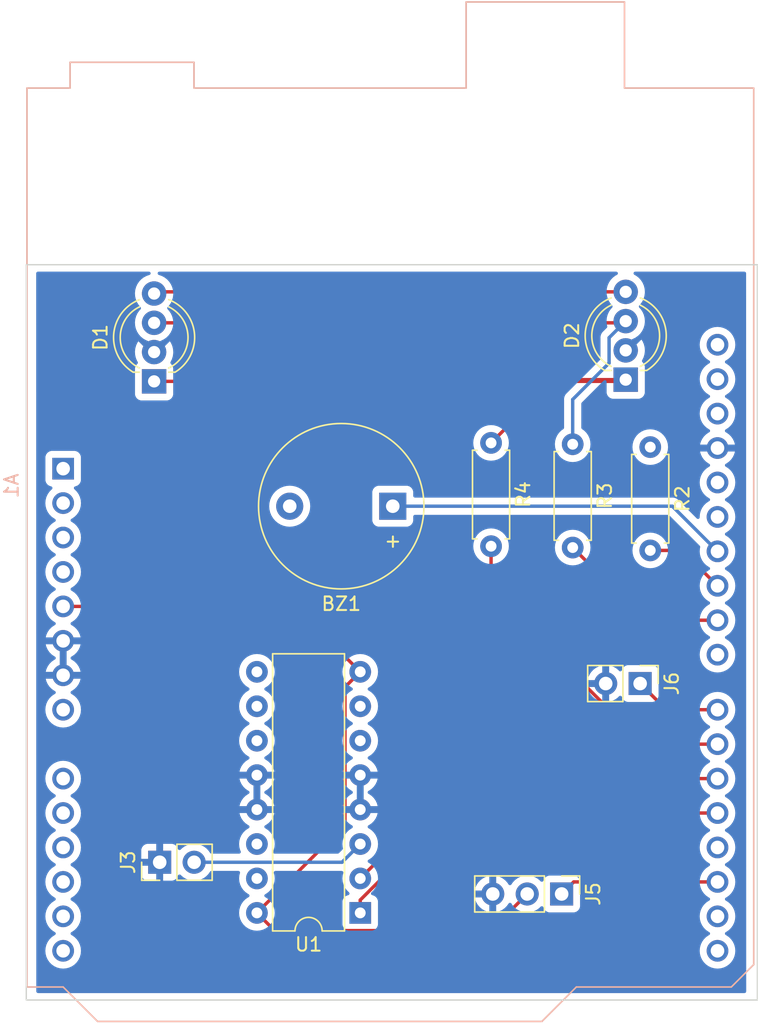
<source format=kicad_pcb>
(kicad_pcb (version 20211014) (generator pcbnew)
  (layers (0 "F.Cu" signal) (31 "B.Cu" signal) (34 "B.Paste" user) (35 "F.Paste" user) (36 "B.SilkS" user "B.Silkscreen") (37 "F.SilkS" user "F.Silkscreen") (38 "B.Mask" user) (39 "F.Mask" user) (44 "Edge.Cuts" user))
  (net 0 "")
  (net 1 "Net-(D1-Pad1)")
  (net 2 "GND")
  (net 3 "Net-(D1-Pad3)")
  (net 4 "Net-(D1-Pad4)")
  (net 5 "Net-(J3-Pad2)")
  (net 17 "/5v")
  (net 27 "/D2")
  (net 29 "/D4")
  (net 30 "/PWM5")
  (net 31 "/PWM6")
  (net 32 "/D7")
  (net 34 "/PWM9")
  (net 35 "/pwm10")
  (net 36 "/pwm11")
  (footprint "LED_THT:LED_D5.0mm-4_RGB_Wide_Pins" (layer "F.Cu") (at 116.038 70.542 90)
    (fp_text reference "D1" (at 3.2385 -3.96 90) (layer "F.SilkS"))
    (fp_text value "LED_BKGR")
    (fp_line (start 0.6785 1.08) (end 0.6785 1.545) (layer "F.SilkS") (width 0.12))
    (fp_line (start 0.6785 -1.545) (end 0.6785 -1.08) (layer "F.SilkS") (width 0.12))
    (fp_arc (start 6.026315 1.080827) (mid 3.496956 2.978808) (end 0.6785 1.54483) (layer "F.SilkS") (width 0.12))
    (fp_arc (start 5.492979 1.080429) (mid 3.238262 2.5) (end 0.983816 1.08) (layer "F.SilkS") (width 0.12))
    (fp_arc (start 0.983816 -1.08) (mid 3.238262 -2.5) (end 5.492979 -1.080429) (layer "F.SilkS") (width 0.12))
    (fp_arc (start 0.6785 -1.54483) (mid 3.496956 -2.978809) (end 6.026315 -1.080827) (layer "F.SilkS") (width 0.12))
    (pad "1" thru_hole rect (at 0 0 90) (size 1.8 1.8) (drill 0.9) (layers *.Cu *.Mask) (net 1 "Net-(D1-Pad1)"))
    (pad "2" thru_hole circle (at 2.159 0 90) (size 1.8 1.8) (drill 0.9) (layers *.Cu *.Mask) (net 2 "GND"))
    (pad "3" thru_hole circle (at 4.318 0 90) (size 1.8 1.8) (drill 0.9) (layers *.Cu *.Mask) (net 3 "Net-(D1-Pad3)"))
    (pad "4" thru_hole circle (at 6.477 0 90) (size 1.8 1.8) (drill 0.9) (layers *.Cu *.Mask) (net 4 "Net-(D1-Pad4)"))
  )
  (footprint "Resistor_THT:R_Axial_DIN0207_L6.3mm_D2.5mm_P7.62mm_Horizontal" (layer "F.Cu") (at 152.63 75.39 -90)
    (fp_text reference "R2" (at 3.81 -2.37 90) (layer "F.SilkS"))
    (fp_text value "R")
    (fp_line (start 0.54 1.37) (end 7.08 1.37) (layer "F.SilkS") (width 0.12))
    (fp_line (start 7.08 -1.37) (end 7.08 -1.04) (layer "F.SilkS") (width 0.12))
    (fp_line (start 0.54 1.04) (end 0.54 1.37) (layer "F.SilkS") (width 0.12))
    (fp_line (start 7.08 1.37) (end 7.08 1.04) (layer "F.SilkS") (width 0.12))
    (fp_line (start 0.54 -1.37) (end 7.08 -1.37) (layer "F.SilkS") (width 0.12))
    (fp_line (start 0.54 -1.04) (end 0.54 -1.37) (layer "F.SilkS") (width 0.12))
    (pad "1" thru_hole circle (at 0 0 270) (size 1.6 1.6) (drill 0.8) (layers *.Cu *.Mask) (net 4 "Net-(D1-Pad4)"))
    (pad "2" thru_hole oval (at 7.62 0 270) (size 1.6 1.6) (drill 0.8) (layers *.Cu *.Mask) (net 35 "/pwm10"))
  )
  (footprint "Connector_PinHeader_2.54mm:PinHeader_1x03_P2.54mm_Vertical" (layer "F.Cu") (at 146.095 108.35 -90)
    (fp_text reference "J5" (at 0 -2.33 90) (layer "F.SilkS"))
    (fp_text value "Conn_01x03")
    (fp_line (start 1.33 1.27) (end 1.33 6.41) (layer "F.SilkS") (width 0.12))
    (fp_line (start -1.33 6.41) (end 1.33 6.41) (layer "F.SilkS") (width 0.12))
    (fp_line (start -1.33 1.27) (end -1.33 6.41) (layer "F.SilkS") (width 0.12))
    (fp_line (start -1.33 1.27) (end 1.33 1.27) (layer "F.SilkS") (width 0.12))
    (fp_line (start -1.33 -1.33) (end 0 -1.33) (layer "F.SilkS") (width 0.12))
    (fp_line (start -1.33 0) (end -1.33 -1.33) (layer "F.SilkS") (width 0.12))
    (pad "1" thru_hole rect (at 0 0 270) (size 1.7 1.7) (drill 1) (layers *.Cu *.Mask) (net 27 "/D2"))
    (pad "2" thru_hole oval (at 0 2.54 270) (size 1.7 1.7) (drill 1) (layers *.Cu *.Mask) (net 17 "/5v"))
    (pad "3" thru_hole oval (at 0 5.08 270) (size 1.7 1.7) (drill 1) (layers *.Cu *.Mask) (net 2 "GND"))
  )
  (footprint "Resistor_THT:R_Axial_DIN0207_L6.3mm_D2.5mm_P7.62mm_Horizontal" (layer "F.Cu") (at 146.91 75.18 -90)
    (fp_text reference "R3" (at 3.81 -2.37 90) (layer "F.SilkS"))
    (fp_text value "R")
    (fp_line (start 7.08 -1.37) (end 7.08 -1.04) (layer "F.SilkS") (width 0.12))
    (fp_line (start 0.54 1.37) (end 7.08 1.37) (layer "F.SilkS") (width 0.12))
    (fp_line (start 0.54 1.04) (end 0.54 1.37) (layer "F.SilkS") (width 0.12))
    (fp_line (start 0.54 -1.04) (end 0.54 -1.37) (layer "F.SilkS") (width 0.12))
    (fp_line (start 7.08 1.37) (end 7.08 1.04) (layer "F.SilkS") (width 0.12))
    (fp_line (start 0.54 -1.37) (end 7.08 -1.37) (layer "F.SilkS") (width 0.12))
    (pad "1" thru_hole circle (at 0 0 270) (size 1.6 1.6) (drill 0.8) (layers *.Cu *.Mask) (net 3 "Net-(D1-Pad3)"))
    (pad "2" thru_hole oval (at 7.62 0 270) (size 1.6 1.6) (drill 0.8) (layers *.Cu *.Mask) (net 34 "/PWM9"))
  )
  (footprint "Buzzer_Beeper:Buzzer_12x9.5RM7.6" (layer "F.Cu") (at 133.64 79.75 180)
    (fp_text reference "BZ1" (at 3.8 -7.2) (layer "F.SilkS"))
    (fp_text value "Buzzer")
    (fp_text user "+" (at -0.01 -2.54) (layer "F.SilkS"))
    (fp_circle (center 3.8 0) (end 9.9 0) (layer "F.SilkS") (width 0.12) (fill none))
    (pad "1" thru_hole rect (at 0 0 180) (size 2 2) (drill 1) (layers *.Cu *.Mask) (net 36 "/pwm11"))
    (pad "2" thru_hole circle (at 7.6 0 180) (size 2 2) (drill 1) (layers *.Cu *.Mask))
  )
  (footprint "Package_DIP:DIP-16_W7.62mm" (layer "F.Cu") (at 131.24 109.745 180)
    (fp_text reference "U1" (at 3.81 -2.33) (layer "F.SilkS"))
    (fp_text value "L293")
    (fp_line (start 6.46 19.11) (end 6.46 -1.33) (layer "F.SilkS") (width 0.12))
    (fp_line (start 6.46 -1.33) (end 4.81 -1.33) (layer "F.SilkS") (width 0.12))
    (fp_line (start 1.16 19.11) (end 6.46 19.11) (layer "F.SilkS") (width 0.12))
    (fp_line (start 2.81 -1.33) (end 1.16 -1.33) (layer "F.SilkS") (width 0.12))
    (fp_line (start 1.16 -1.33) (end 1.16 19.11) (layer "F.SilkS") (width 0.12))
    (fp_arc (start 4.81 -1.33) (mid 3.81 -0.33) (end 2.81 -1.33) (layer "F.SilkS") (width 0.12))
    (pad "1" thru_hole rect (at 0 0 180) (size 1.6 1.6) (drill 0.8) (layers *.Cu *.Mask) (net 29 "/D4"))
    (pad "2" thru_hole oval (at 0 2.54 180) (size 1.6 1.6) (drill 0.8) (layers *.Cu *.Mask) (net 30 "/PWM5"))
    (pad "3" thru_hole oval (at 0 5.08 180) (size 1.6 1.6) (drill 0.8) (layers *.Cu *.Mask) (net 5 "Net-(J3-Pad2)"))
    (pad "4" thru_hole oval (at 0 7.62 180) (size 1.6 1.6) (drill 0.8) (layers *.Cu *.Mask) (net 2 "GND"))
    (pad "5" thru_hole oval (at 0 10.16 180) (size 1.6 1.6) (drill 0.8) (layers *.Cu *.Mask) (net 2 "GND"))
    (pad "6" thru_hole oval (at 0 12.7 180) (size 1.6 1.6) (drill 0.8) (layers *.Cu *.Mask))
    (pad "7" thru_hole oval (at 0 15.24 180) (size 1.6 1.6) (drill 0.8) (layers *.Cu *.Mask))
    (pad "8" thru_hole oval (at 0 17.78 180) (size 1.6 1.6) (drill 0.8) (layers *.Cu *.Mask) (net 17 "/5v"))
    (pad "9" thru_hole oval (at 7.62 17.78 180) (size 1.6 1.6) (drill 0.8) (layers *.Cu *.Mask))
    (pad "10" thru_hole oval (at 7.62 15.24 180) (size 1.6 1.6) (drill 0.8) (layers *.Cu *.Mask))
    (pad "11" thru_hole oval (at 7.62 12.7 180) (size 1.6 1.6) (drill 0.8) (layers *.Cu *.Mask))
    (pad "12" thru_hole oval (at 7.62 10.16 180) (size 1.6 1.6) (drill 0.8) (layers *.Cu *.Mask) (net 2 "GND"))
    (pad "13" thru_hole oval (at 7.62 7.62 180) (size 1.6 1.6) (drill 0.8) (layers *.Cu *.Mask) (net 2 "GND"))
    (pad "14" thru_hole oval (at 7.62 5.08 180) (size 1.6 1.6) (drill 0.8) (layers *.Cu *.Mask))
    (pad "15" thru_hole oval (at 7.62 2.54 180) (size 1.6 1.6) (drill 0.8) (layers *.Cu *.Mask))
    (pad "16" thru_hole oval (at 7.62 0 180) (size 1.6 1.6) (drill 0.8) (layers *.Cu *.Mask) (net 17 "/5v"))
  )
  (footprint "Connector_PinHeader_2.54mm:PinHeader_1x02_P2.54mm_Vertical" (layer "F.Cu") (at 151.885 92.83 -90)
    (fp_text reference "J6" (at 0 -2.33 90) (layer "F.SilkS"))
    (fp_text value "Conn_01x02")
    (fp_line (start 1.33 1.27) (end 1.33 3.87) (layer "F.SilkS") (width 0.12))
    (fp_line (start -1.33 1.27) (end 1.33 1.27) (layer "F.SilkS") (width 0.12))
    (fp_line (start -1.33 -1.33) (end 0 -1.33) (layer "F.SilkS") (width 0.12))
    (fp_line (start -1.33 1.27) (end -1.33 3.87) (layer "F.SilkS") (width 0.12))
    (fp_line (start -1.33 0) (end -1.33 -1.33) (layer "F.SilkS") (width 0.12))
    (fp_line (start -1.33 3.87) (end 1.33 3.87) (layer "F.SilkS") (width 0.12))
    (pad "1" thru_hole rect (at 0 0 270) (size 1.7 1.7) (drill 1) (layers *.Cu *.Mask) (net 32 "/D7"))
    (pad "2" thru_hole oval (at 0 2.54 270) (size 1.7 1.7) (drill 1) (layers *.Cu *.Mask) (net 2 "GND"))
  )
  (footprint "Connector_PinHeader_2.54mm:PinHeader_1x02_P2.54mm_Vertical" (layer "F.Cu") (at 116.45 106.01 90)
    (fp_text reference "J3" (at 0 -2.33 90) (layer "F.SilkS"))
    (fp_text value "Conn_01x02")
    (fp_line (start -1.33 -1.33) (end 0 -1.33) (layer "F.SilkS") (width 0.12))
    (fp_line (start -1.33 1.27) (end 1.33 1.27) (layer "F.SilkS") (width 0.12))
    (fp_line (start -1.33 3.87) (end 1.33 3.87) (layer "F.SilkS") (width 0.12))
    (fp_line (start -1.33 0) (end -1.33 -1.33) (layer "F.SilkS") (width 0.12))
    (fp_line (start 1.33 1.27) (end 1.33 3.87) (layer "F.SilkS") (width 0.12))
    (fp_line (start -1.33 1.27) (end -1.33 3.87) (layer "F.SilkS") (width 0.12))
    (pad "1" thru_hole rect (at 0 0 90) (size 1.7 1.7) (drill 1) (layers *.Cu *.Mask) (net 2 "GND"))
    (pad "2" thru_hole oval (at 0 2.54 90) (size 1.7 1.7) (drill 1) (layers *.Cu *.Mask) (net 5 "Net-(J3-Pad2)"))
  )
  (footprint "Resistor_THT:R_Axial_DIN0207_L6.3mm_D2.5mm_P7.62mm_Horizontal" (layer "F.Cu") (at 140.89 75.08 -90)
    (fp_text reference "R4" (at 3.81 -2.37 90) (layer "F.SilkS"))
    (fp_text value "R")
    (fp_line (start 0.54 1.04) (end 0.54 1.37) (layer "F.SilkS") (width 0.12))
    (fp_line (start 0.54 -1.37) (end 7.08 -1.37) (layer "F.SilkS") (width 0.12))
    (fp_line (start 0.54 -1.04) (end 0.54 -1.37) (layer "F.SilkS") (width 0.12))
    (fp_line (start 0.54 1.37) (end 7.08 1.37) (layer "F.SilkS") (width 0.12))
    (fp_line (start 7.08 1.37) (end 7.08 1.04) (layer "F.SilkS") (width 0.12))
    (fp_line (start 7.08 -1.37) (end 7.08 -1.04) (layer "F.SilkS") (width 0.12))
    (pad "1" thru_hole circle (at 0 0 270) (size 1.6 1.6) (drill 0.8) (layers *.Cu *.Mask) (net 1 "Net-(D1-Pad1)"))
    (pad "2" thru_hole oval (at 7.62 0 270) (size 1.6 1.6) (drill 0.8) (layers *.Cu *.Mask) (net 31 "/PWM6"))
  )
  (footprint "LED_THT:LED_D5.0mm-4_RGB_Wide_Pins" (layer "F.Cu") (at 150.82 70.417 90)
    (fp_text reference "D2" (at 3.2385 -3.96 90) (layer "F.SilkS"))
    (fp_text value "LED_BKGR")
    (fp_line (start 0.6785 -1.545) (end 0.6785 -1.08) (layer "F.SilkS") (width 0.12))
    (fp_line (start 0.6785 1.08) (end 0.6785 1.545) (layer "F.SilkS") (width 0.12))
    (fp_arc (start 6.026315 1.080827) (mid 3.496956 2.978808) (end 0.6785 1.54483) (layer "F.SilkS") (width 0.12))
    (fp_arc (start 0.6785 -1.54483) (mid 3.496956 -2.978809) (end 6.026315 -1.080827) (layer "F.SilkS") (width 0.12))
    (fp_arc (start 5.492979 1.080429) (mid 3.238262 2.5) (end 0.983816 1.08) (layer "F.SilkS") (width 0.12))
    (fp_arc (start 0.983816 -1.08) (mid 3.238262 -2.5) (end 5.492979 -1.080429) (layer "F.SilkS") (width 0.12))
    (pad "1" thru_hole rect (at 0 0 90) (size 1.8 1.8) (drill 0.9) (layers *.Cu *.Mask) (net 1 "Net-(D1-Pad1)"))
    (pad "2" thru_hole circle (at 2.159 0 90) (size 1.8 1.8) (drill 0.9) (layers *.Cu *.Mask) (net 2 "GND"))
    (pad "3" thru_hole circle (at 4.318 0 90) (size 1.8 1.8) (drill 0.9) (layers *.Cu *.Mask) (net 3 "Net-(D1-Pad3)"))
    (pad "4" thru_hole circle (at 6.477 0 90) (size 1.8 1.8) (drill 0.9) (layers *.Cu *.Mask) (net 4 "Net-(D1-Pad4)"))
  )
  (footprint "Module:Arduino_UNO_R3" (layer "B.Cu") (at 109.33 76.98 -90)
    (fp_text reference "A1" (at 1.27 3.81 90) (layer "B.SilkS") (effects (justify mirror)))
    (fp_text value "Arduino_UNO_R3")
    (fp_line (start -28.07 -9.65) (end -28.07 -29.72) (layer "B.SilkS") (width 0.12))
    (fp_line (start -28.07 -29.72) (end -34.42 -29.72) (layer "B.SilkS") (width 0.12))
    (fp_line (start 38.23 -37.85) (end 40.77 -35.31) (layer "B.SilkS") (width 0.12))
    (fp_line (start 40.77 -35.31) (end 40.77 -2.54) (layer "B.SilkS") (width 0.12))
    (fp_line (start -34.42 -41.4) (end -28.07 -41.4) (layer "B.SilkS") (width 0.12))
    (fp_line (start -28.07 -50.93) (end 36.58 -50.93) (layer "B.SilkS") (width 0.12))
    (fp_line (start -28.07 2.67) (end -28.07 -0.51) (layer "B.SilkS") (width 0.12))
    (fp_line (start 36.58 -50.93) (end 38.23 -49.28) (layer "B.SilkS") (width 0.12))
    (fp_line (start -34.42 -29.72) (end -34.42 -41.4) (layer "B.SilkS") (width 0.12))
    (fp_line (start 38.23 2.67) (end -28.07 2.67) (layer "B.SilkS") (width 0.12))
    (fp_line (start -28.07 -0.51) (end -29.97 -0.51) (layer "B.SilkS") (width 0.12))
    (fp_line (start 38.23 0) (end 38.23 2.67) (layer "B.SilkS") (width 0.12))
    (fp_line (start 40.77 -2.54) (end 38.23 0) (layer "B.SilkS") (width 0.12))
    (fp_line (start -29.97 -9.65) (end -28.07 -9.65) (layer "B.SilkS") (width 0.12))
    (fp_line (start -28.07 -41.4) (end -28.07 -50.93) (layer "B.SilkS") (width 0.12))
    (fp_line (start 38.23 -49.28) (end 38.23 -37.85) (layer "B.SilkS") (width 0.12))
    (fp_line (start -29.97 -0.51) (end -29.97 -9.65) (layer "B.SilkS") (width 0.12))
    (pad "1" thru_hole rect (at 0 0 180) (size 1.6 1.6) (drill 1) (layers *.Cu *.Mask))
    (pad "2" thru_hole oval (at 2.54 0 180) (size 1.6 1.6) (drill 1) (layers *.Cu *.Mask))
    (pad "3" thru_hole oval (at 5.08 0 180) (size 1.6 1.6) (drill 1) (layers *.Cu *.Mask))
    (pad "4" thru_hole oval (at 7.62 0 180) (size 1.6 1.6) (drill 1) (layers *.Cu *.Mask))
    (pad "5" thru_hole oval (at 10.16 0 180) (size 1.6 1.6) (drill 1) (layers *.Cu *.Mask) (net 17 "/5v"))
    (pad "6" thru_hole oval (at 12.7 0 180) (size 1.6 1.6) (drill 1) (layers *.Cu *.Mask) (net 2 "GND"))
    (pad "7" thru_hole oval (at 15.24 0 180) (size 1.6 1.6) (drill 1) (layers *.Cu *.Mask) (net 2 "GND"))
    (pad "8" thru_hole oval (at 17.78 0 180) (size 1.6 1.6) (drill 1) (layers *.Cu *.Mask))
    (pad "9" thru_hole oval (at 22.86 0 180) (size 1.6 1.6) (drill 1) (layers *.Cu *.Mask))
    (pad "10" thru_hole oval (at 25.4 0 180) (size 1.6 1.6) (drill 1) (layers *.Cu *.Mask))
    (pad "11" thru_hole oval (at 27.94 0 180) (size 1.6 1.6) (drill 1) (layers *.Cu *.Mask))
    (pad "12" thru_hole oval (at 30.48 0 180) (size 1.6 1.6) (drill 1) (layers *.Cu *.Mask))
    (pad "13" thru_hole oval (at 33.02 0 180) (size 1.6 1.6) (drill 1) (layers *.Cu *.Mask))
    (pad "14" thru_hole oval (at 35.56 0 180) (size 1.6 1.6) (drill 1) (layers *.Cu *.Mask))
    (pad "15" thru_hole oval (at 35.56 -48.26 180) (size 1.6 1.6) (drill 1) (layers *.Cu *.Mask))
    (pad "16" thru_hole oval (at 33.02 -48.26 180) (size 1.6 1.6) (drill 1) (layers *.Cu *.Mask))
    (pad "17" thru_hole oval (at 30.48 -48.26 180) (size 1.6 1.6) (drill 1) (layers *.Cu *.Mask) (net 27 "/D2"))
    (pad "18" thru_hole oval (at 27.94 -48.26 180) (size 1.6 1.6) (drill 1) (layers *.Cu *.Mask))
    (pad "19" thru_hole oval (at 25.4 -48.26 180) (size 1.6 1.6) (drill 1) (layers *.Cu *.Mask) (net 29 "/D4"))
    (pad "20" thru_hole oval (at 22.86 -48.26 180) (size 1.6 1.6) (drill 1) (layers *.Cu *.Mask) (net 30 "/PWM5"))
    (pad "21" thru_hole oval (at 20.32 -48.26 180) (size 1.6 1.6) (drill 1) (layers *.Cu *.Mask) (net 31 "/PWM6"))
    (pad "22" thru_hole oval (at 17.78 -48.26 180) (size 1.6 1.6) (drill 1) (layers *.Cu *.Mask) (net 32 "/D7"))
    (pad "23" thru_hole oval (at 13.72 -48.26 180) (size 1.6 1.6) (drill 1) (layers *.Cu *.Mask))
    (pad "24" thru_hole oval (at 11.18 -48.26 180) (size 1.6 1.6) (drill 1) (layers *.Cu *.Mask) (net 34 "/PWM9"))
    (pad "25" thru_hole oval (at 8.64 -48.26 180) (size 1.6 1.6) (drill 1) (layers *.Cu *.Mask) (net 35 "/pwm10"))
    (pad "26" thru_hole oval (at 6.1 -48.26 180) (size 1.6 1.6) (drill 1) (layers *.Cu *.Mask) (net 36 "/pwm11"))
    (pad "27" thru_hole oval (at 3.56 -48.26 180) (size 1.6 1.6) (drill 1) (layers *.Cu *.Mask))
    (pad "28" thru_hole oval (at 1.02 -48.26 180) (size 1.6 1.6) (drill 1) (layers *.Cu *.Mask))
    (pad "29" thru_hole oval (at -1.52 -48.26 180) (size 1.6 1.6) (drill 1) (layers *.Cu *.Mask) (net 2 "GND"))
    (pad "30" thru_hole oval (at -4.06 -48.26 180) (size 1.6 1.6) (drill 1) (layers *.Cu *.Mask))
    (pad "31" thru_hole oval (at -6.6 -48.26 180) (size 1.6 1.6) (drill 1) (layers *.Cu *.Mask))
    (pad "32" thru_hole oval (at -9.14 -48.26 180) (size 1.6 1.6) (drill 1) (layers *.Cu *.Mask))
  )
  (gr_rect (start 106.61 61.94) (end 160.53 116.17) (layer "Edge.Cuts") (width 0.1) (fill none))
  (segment (start 116.038 70.542) (end 150.695 70.542) (width 0.25) (layer "F.Cu") (net 1))
  (segment (start 150.695 70.542) (end 150.82 70.417) (width 0.25) (layer "F.Cu") (net 1))
  (segment (start 145.553 70.417) (end 150.82 70.417) (width 0.25) (layer "F.Cu") (net 1))
  (segment (start 140.89 75.08) (end 145.553 70.417) (width 0.25) (layer "F.Cu") (net 1))
  (segment (start 150.695 66.224) (end 150.82 66.099) (width 0.25) (layer "F.Cu") (net 3))
  (segment (start 116.038 66.224) (end 150.695 66.224) (width 0.25) (layer "F.Cu") (net 3))
  (segment (start 146.91 75.18) (end 146.91 71.877) (width 0.25) (layer "B.Cu") (net 3))
  (segment (start 149.595 69.192) (end 149.595 67.324) (width 0.25) (layer "B.Cu") (net 3))
  (segment (start 146.91 71.877) (end 149.595 69.192) (width 0.25) (layer "B.Cu") (net 3))
  (segment (start 149.595 67.324) (end 150.82 66.099) (width 0.25) (layer "B.Cu") (net 3))
  (segment (start 150.82 63.94) (end 116.163 63.94) (width 0.25) (layer "F.Cu") (net 4))
  (segment (start 116.163 63.94) (end 116.038 64.065) (width 0.25) (layer "F.Cu") (net 4))
  (segment (start 131.24 104.665) (end 129.895 106.01) (width 0.25) (layer "B.Cu") (net 5))
  (segment (start 129.895 106.01) (end 118.99 106.01) (width 0.25) (layer "B.Cu") (net 5))
  (segment (start 143.555 108.35) (end 140.855 111.05) (width 0.25) (layer "F.Cu") (net 17))
  (segment (start 140.855 111.05) (end 124.925 111.05) (width 0.25) (layer "F.Cu") (net 17))
  (segment (start 126.415 87.14) (end 131.24 91.965) (width 0.25) (layer "F.Cu") (net 17))
  (segment (start 123.62 109.745) (end 130.115 103.25) (width 0.25) (layer "F.Cu") (net 17))
  (segment (start 124.925 111.05) (end 123.62 109.745) (width 0.25) (layer "F.Cu") (net 17))
  (segment (start 130.115 93.09) (end 131.24 91.965) (width 0.25) (layer "F.Cu") (net 17))
  (segment (start 109.33 87.14) (end 126.415 87.14) (width 0.25) (layer "F.Cu") (net 17))
  (segment (start 130.115 103.25) (end 130.115 93.09) (width 0.25) (layer "F.Cu") (net 17))
  (segment (start 157.59 107.46) (end 146.985 107.46) (width 0.25) (layer "F.Cu") (net 27))
  (segment (start 146.985 107.46) (end 146.095 108.35) (width 0.25) (layer "F.Cu") (net 27))
  (segment (start 157.59 102.38) (end 137.655991 102.38) (width 0.25) (layer "F.Cu") (net 29))
  (segment (start 131.24 108.795991) (end 131.24 109.745) (width 0.25) (layer "F.Cu") (net 29))
  (segment (start 137.655991 102.38) (end 131.24 108.795991) (width 0.25) (layer "F.Cu") (net 29))
  (segment (start 138.605 99.84) (end 131.24 107.205) (width 0.25) (layer "F.Cu") (net 30))
  (segment (start 157.59 99.84) (end 138.605 99.84) (width 0.25) (layer "F.Cu") (net 30))
  (segment (start 140.89 82.7) (end 140.89 86.036701) (width 0.25) (layer "F.Cu") (net 31))
  (segment (start 140.89 86.036701) (end 152.153299 97.3) (width 0.25) (layer "F.Cu") (net 31))
  (segment (start 152.153299 97.3) (end 157.59 97.3) (width 0.25) (layer "F.Cu") (net 31))
  (segment (start 157.59 94.76) (end 153.815 94.76) (width 0.25) (layer "F.Cu") (net 32))
  (segment (start 153.815 94.76) (end 151.885 92.83) (width 0.25) (layer "F.Cu") (net 32))
  (segment (start 146.91 82.8) (end 152.27 88.16) (width 0.25) (layer "F.Cu") (net 34))
  (segment (start 152.27 88.16) (end 157.59 88.16) (width 0.25) (layer "F.Cu") (net 34))
  (segment (start 152.63 83.01) (end 154.98 83.01) (width 0.25) (layer "F.Cu") (net 35))
  (segment (start 154.98 83.01) (end 157.59 85.62) (width 0.25) (layer "F.Cu") (net 35))
  (segment (start 157.59 83.08) (end 154.26 79.75) (width 0.25) (layer "B.Cu") (net 36))
  (segment (start 154.26 79.75) (end 133.64 79.75) (width 0.25) (layer "B.Cu") (net 36))
  (zone (net 2) (net_name "GND") (layer "B.Cu") (connect_pads (clearance 0.508)) (min_thickness 0.254) (fill yes (thermal_gap 0.508) (thermal_bridge_width 0.508))
    (polygon (pts (xy 159.709577 115.909917) (xy 107.349577 116.139917) (xy 107.34 61.83) (xy 159.7 61.37)))
  )
)
</source>
